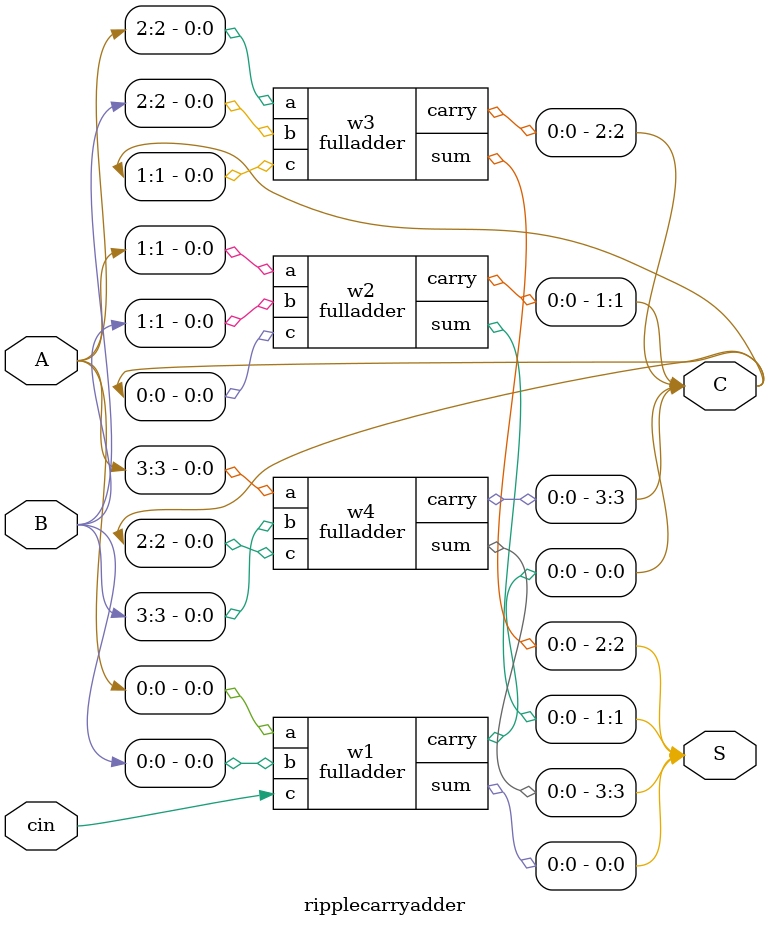
<source format=v>
module fulladder(a,b,c,sum,carry);
  input a,b,c;
  output reg sum,carry;
assign sum=a^b^c;
assign carry=((a&b)|(b&c)|(c&a));
endmodule
module ripplecarryadder( A,B,cin,S,C);
  input [3:0]A,B;
  input cin;
  output reg [3:0]S,C;
  fulladder w1(A[0],B[0],cin,S[0],C[0]);
  fulladder w2(A[1],B[1],C[0],S[1],C[1]);
  fulladder w3(A[2],B[2],C[1],S[2],C[2]);
  fulladder w4(A[3],B[3],C[2],S[3],C[3]);
endmodule


</source>
